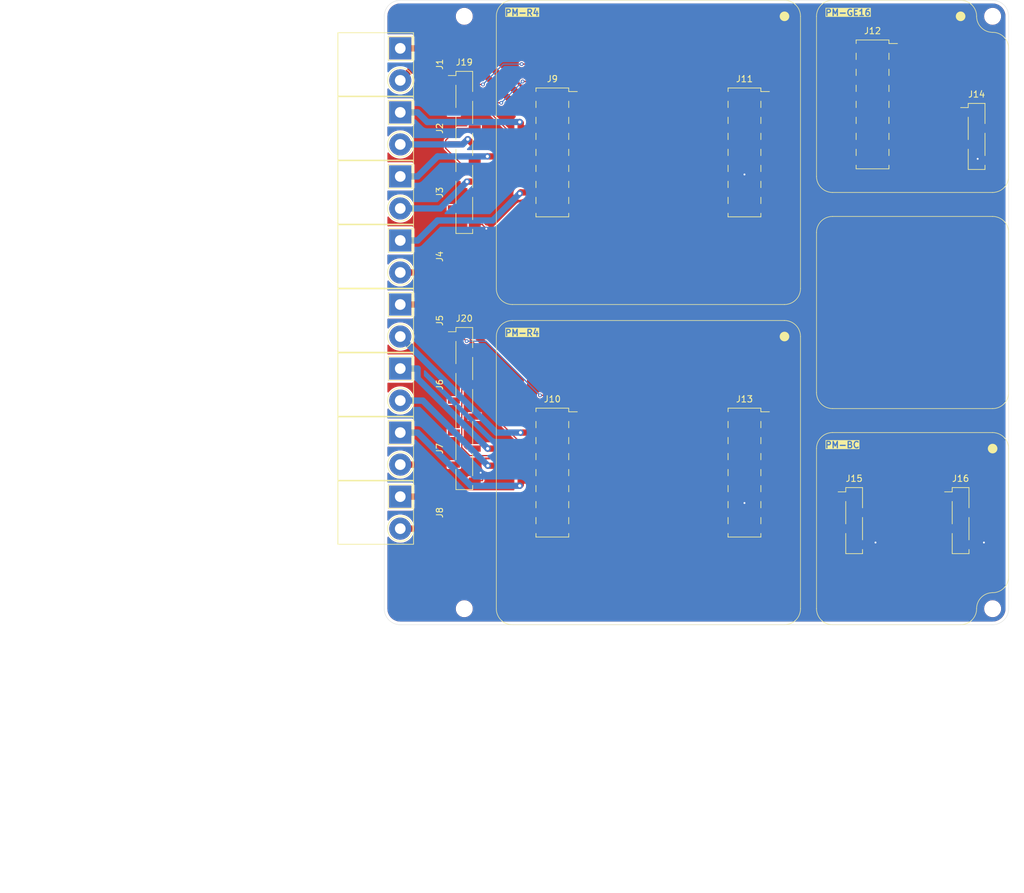
<source format=kicad_pcb>
(kicad_pcb (version 20240108) (generator "pcbnew") (generator_version "8.0")
  (layers (0 "F.Cu" signal) (31 "B.Cu" signal) (34 "B.Paste" user) (35 "F.Paste" user) (36 "B.SilkS" user "B.Silkscreen") (37 "F.SilkS" user "F.Silkscreen") (38 "B.Mask" user) (39 "F.Mask" user) (44 "Edge.Cuts" user))
  (net 0 "")
  (net 1 "Net-(J10-Pin_1)")
  (net 2 "Net-(J1-Pin_1)")
  (net 11 "VDD")
  (net 12 "GND")
  (net 20 "Net-(J12-Pin_10)")
  (net 21 "Net-(J12-Pin_14)")
  (net 22 "Net-(J12-Pin_12)")
  (net 23 "Net-(J12-Pin_16)")
  (net 27 "Net-(J11-Pin_5)")
  (net 28 "Net-(J11-Pin_3)")
  (net 29 "Net-(J11-Pin_7)")
  (net 30 "Net-(J11-Pin_1)")
  (net 33 "Net-(J1-Pin_2)")
  (net 34 "Net-(J2-Pin_1)")
  (net 35 "Net-(J2-Pin_2)")
  (net 36 "Net-(J3-Pin_2)")
  (net 37 "Net-(J3-Pin_1)")
  (net 38 "Net-(J4-Pin_1)")
  (net 39 "Net-(J4-Pin_2)")
  (net 40 "Net-(J10-Pin_3)")
  (net 41 "Net-(J10-Pin_7)")
  (net 42 "Net-(J10-Pin_5)")
  (net 43 "Net-(J10-Pin_11)")
  (net 44 "Net-(J10-Pin_10)")
  (net 45 "Net-(J10-Pin_15)")
  (net 46 "Net-(J10-Pin_13)")
  (net 47 "/SCL")
  (net 48 "/SDA")
  (net 61 "Net-(J11-Pin_8)")
  (net 62 "Net-(J11-Pin_4)")
  (net 63 "Net-(J11-Pin_6)")
  (net 64 "Net-(J11-Pin_2)")
  (net 65 "Net-(J13-Pin_4)")
  (net 66 "Net-(J13-Pin_8)")
  (net 67 "Net-(J13-Pin_2)")
  (net 68 "Net-(J13-Pin_6)")
  (footprint "MountingHole:MountingHole_2.2mm_M2" (layer "F.Cu") (at 172.72 53.34)
    (property "Reference" "H2" (hide yes))
    (property "Value" "MountingHole_2.2mm_M2" (hide yes))
    (pad "" np_thru_hole circle (at 0 0) (size 2.2 2.2) (drill 2.2) (layers "F&B.Cu" "*.Mask"))
  )
  (footprint "Connector_PinSocket_2.54mm:PinSocket_2x08_P2.54mm_Vertical_SMD" (layer "F.Cu") (at 133.35 74.93)
    (property "Reference" "J11" (at 0 -11.66 0) (layer "F.SilkS"))
    (property "Value" "Conn_02x08_Odd_Even")
    (pad "1" smd rect (at 2.52 -8.89) (size 3 1) (layers "F.Cu" "F.Paste" "F.Mask") (net 30 "Net-(J11-Pin_1)"))
    (pad "2" smd rect (at -2.52 -8.89) (size 3 1) (layers "F.Cu" "F.Paste" "F.Mask") (net 64 "Net-(J11-Pin_2)"))
    (pad "3" smd rect (at 2.52 -6.35) (size 3 1) (layers "F.Cu" "F.Paste" "F.Mask") (net 28 "Net-(J11-Pin_3)"))
    (pad "4" smd rect (at -2.52 -6.35) (size 3 1) (layers "F.Cu" "F.Paste" "F.Mask") (net 62 "Net-(J11-Pin_4)"))
    (pad "5" smd rect (at 2.52 -3.81) (size 3 1) (layers "F.Cu" "F.Paste" "F.Mask") (net 27 "Net-(J11-Pin_5)"))
    (pad "6" smd rect (at -2.52 -3.81) (size 3 1) (layers "F.Cu" "F.Paste" "F.Mask") (net 63 "Net-(J11-Pin_6)"))
    (pad "7" smd rect (at 2.52 -1.27) (size 3 1) (layers "F.Cu" "F.Paste" "F.Mask") (net 29 "Net-(J11-Pin_7)"))
    (pad "8" smd rect (at -2.52 -1.27) (size 3 1) (layers "F.Cu" "F.Paste" "F.Mask") (net 61 "Net-(J11-Pin_8)"))
    (pad "9" smd rect (at 2.52 1.27) (size 3 1) (layers "F.Cu" "F.Paste" "F.Mask") (net 11 "VDD"))
    (pad "10" smd rect (at -2.52 1.27) (size 3 1) (layers "F.Cu" "F.Paste" "F.Mask"))
    (pad "11" smd rect (at 2.52 3.81) (size 3 1) (layers "F.Cu" "F.Paste" "F.Mask") (net 12 "GND"))
    (pad "12" smd rect (at -2.52 3.81) (size 3 1) (layers "F.Cu" "F.Paste" "F.Mask"))
    (pad "13" smd rect (at 2.52 6.35) (size 3 1) (layers "F.Cu" "F.Paste" "F.Mask"))
    (pad "14" smd rect (at -2.52 6.35) (size 3 1) (layers "F.Cu" "F.Paste" "F.Mask"))
    (pad "15" smd rect (at 2.52 8.89) (size 3 1) (layers "F.Cu" "F.Paste" "F.Mask"))
    (pad "16" smd rect (at -2.52 8.89) (size 3 1) (layers "F.Cu" "F.Paste" "F.Mask"))
  )
  (footprint "Connector_PinSocket_2.54mm:PinSocket_1x04_P2.54mm_Vertical_SMD_Pin1Left" (layer "F.Cu") (at 170.18 72.39)
    (property "Reference" "J14" (at 0 -6.68 0) (layer "F.SilkS"))
    (property "Value" "Conn_01x04_Socket")
    (pad "1" smd rect (at -1.65 -3.81) (size 1.9 1) (layers "F.Cu" "F.Paste" "F.Mask") (net 11 "VDD"))
    (pad "2" smd rect (at 1.65 -1.27) (size 1.9 1) (layers "F.Cu" "F.Paste" "F.Mask") (net 48 "/SDA"))
    (pad "3" smd rect (at -1.65 1.27) (size 1.9 1) (layers "F.Cu" "F.Paste" "F.Mask") (net 47 "/SCL"))
    (pad "4" smd rect (at 1.65 3.81) (size 1.9 1) (layers "F.Cu" "F.Paste" "F.Mask") (net 12 "GND"))
  )
  (footprint "Connector_PinSocket_2.54mm:PinSocket_1x10_P2.54mm_Vertical_SMD_Pin1Left" (layer "F.Cu") (at 88.9 115.57)
    (property "Reference" "J20" (at 0 -14.3 0) (layer "F.SilkS"))
    (property "Value" "Conn_01x10_Socket")
    (pad "1" smd rect (at -1.65 -11.43) (size 1.9 1) (layers "F.Cu" "F.Paste" "F.Mask") (net 67 "Net-(J13-Pin_2)"))
    (pad "2" smd rect (at 1.65 -8.89) (size 1.9 1) (layers "F.Cu" "F.Paste" "F.Mask") (net 65 "Net-(J13-Pin_4)"))
    (pad "3" smd rect (at -1.65 -6.35) (size 1.9 1) (layers "F.Cu" "F.Paste" "F.Mask") (net 68 "Net-(J13-Pin_6)"))
    (pad "4" smd rect (at 1.65 -3.81) (size 1.9 1) (layers "F.Cu" "F.Paste" "F.Mask") (net 66 "Net-(J13-Pin_8)"))
    (pad "5" smd rect (at -1.65 -1.27) (size 1.9 1) (layers "F.Cu" "F.Paste" "F.Mask"))
    (pad "6" smd rect (at 1.65 1.27) (size 1.9 1) (layers "F.Cu" "F.Paste" "F.Mask"))
    (pad "7" smd rect (at -1.65 3.81) (size 1.9 1) (layers "F.Cu" "F.Paste" "F.Mask"))
    (pad "8" smd rect (at 1.65 6.35) (size 1.9 1) (layers "F.Cu" "F.Paste" "F.Mask"))
    (pad "9" smd rect (at -1.65 8.89) (size 1.9 1) (layers "F.Cu" "F.Paste" "F.Mask"))
    (pad "10" smd rect (at 1.65 11.43) (size 1.9 1) (layers "F.Cu" "F.Paste" "F.Mask") (net 12 "GND"))
  )
  (footprint "Degson:Degson_2EDGK-5.08-02P" (layer "F.Cu") (at 78.74 88.9 -90)
    (property "Reference" "J4" (at 2.54 -6.26 90) (layer "F.SilkS"))
    (property "Value" "Conn_01x02_Socket")
    (pad "1" thru_hole rect (at 0 0 270) (size 3.5 3.5) (drill 1.7) (layers "*.Cu" "*.Mask") (net 38 "Net-(J4-Pin_1)"))
    (pad "2" thru_hole circle (at 5.08 0 270) (size 3.5 3.5) (drill 1.7) (layers "*.Cu" "*.Mask") (net 39 "Net-(J4-Pin_2)"))
  )
  (footprint "Degson:Degson_2EDGK-5.08-02P" (layer "F.Cu") (at 78.74 58.42 -90)
    (property "Reference" "J1" (at 2.54 -6.26 90) (layer "F.SilkS"))
    (property "Value" "Conn_01x02_Socket")
    (pad "1" thru_hole rect (at 0 0 270) (size 3.5 3.5) (drill 1.7) (layers "*.Cu" "*.Mask") (net 2 "Net-(J1-Pin_1)"))
    (pad "2" thru_hole circle (at 5.08 0 270) (size 3.5 3.5) (drill 1.7) (layers "*.Cu" "*.Mask") (net 33 "Net-(J1-Pin_2)"))
  )
  (footprint "MountingHole:MountingHole_2.2mm_M2" (layer "F.Cu") (at 88.9 147.32)
    (property "Reference" "H4" (hide yes))
    (property "Value" "MountingHole_2.2mm_M2" (hide yes))
    (pad "" np_thru_hole circle (at 0 0) (size 2.2 2.2) (drill 2.2) (layers "F&B.Cu" "*.Mask"))
  )
  (footprint "Degson:Degson_2EDGK-5.08-02P" (layer "F.Cu") (at 78.74 119.38 -90)
    (property "Reference" "J7" (at 2.54 -6.26 90) (layer "F.SilkS"))
    (property "Value" "Conn_01x02_Socket")
    (pad "1" thru_hole rect (at 0 0 270) (size 3.5 3.5) (drill 1.7) (layers "*.Cu" "*.Mask") (net 44 "Net-(J10-Pin_10)"))
    (pad "2" thru_hole circle (at 5.08 0 270) (size 3.5 3.5) (drill 1.7) (layers "*.Cu" "*.Mask") (net 43 "Net-(J10-Pin_11)"))
  )
  (footprint "Connector_PinSocket_2.54mm:PinSocket_1x10_P2.54mm_Vertical_SMD_Pin1Left" (layer "F.Cu") (at 88.9 74.93)
    (property "Reference" "J19" (at 0 -14.3 0) (layer "F.SilkS"))
    (property "Value" "Conn_01x10_Socket")
    (pad "1" smd rect (at -1.65 -11.43) (size 1.9 1) (layers "F.Cu" "F.Paste" "F.Mask") (net 64 "Net-(J11-Pin_2)"))
    (pad "2" smd rect (at 1.65 -8.89) (size 1.9 1) (layers "F.Cu" "F.Paste" "F.Mask") (net 62 "Net-(J11-Pin_4)"))
    (pad "3" smd rect (at -1.65 -6.35) (size 1.9 1) (layers "F.Cu" "F.Paste" "F.Mask") (net 63 "Net-(J11-Pin_6)"))
    (pad "4" smd rect (at 1.65 -3.81) (size 1.9 1) (layers "F.Cu" "F.Paste" "F.Mask") (net 61 "Net-(J11-Pin_8)"))
    (pad "5" smd rect (at -1.65 -1.27) (size 1.9 1) (layers "F.Cu" "F.Paste" "F.Mask"))
    (pad "6" smd rect (at 1.65 1.27) (size 1.9 1) (layers "F.Cu" "F.Paste" "F.Mask"))
    (pad "7" smd rect (at -1.65 3.81) (size 1.9 1) (layers "F.Cu" "F.Paste" "F.Mask"))
    (pad "8" smd rect (at 1.65 6.35) (size 1.9 1) (layers "F.Cu" "F.Paste" "F.Mask"))
    (pad "9" smd rect (at -1.65 8.89) (size 1.9 1) (layers "F.Cu" "F.Paste" "F.Mask"))
    (pad "10" smd rect (at 1.65 11.43) (size 1.9 1) (layers "F.Cu" "F.Paste" "F.Mask") (net 12 "GND"))
  )
  (footprint "Degson:Degson_2EDGK-5.08-02P" (layer "F.Cu") (at 78.74 99.06 -90)
    (property "Reference" "J5" (at 2.54 -6.26 90) (layer "F.SilkS"))
    (property "Value" "Conn_01x02_Socket")
    (pad "1" thru_hole rect (at 0 0 270) (size 3.5 3.5) (drill 1.7) (layers "*.Cu" "*.Mask") (net 1 "Net-(J10-Pin_1)"))
    (pad "2" thru_hole circle (at 5.08 0 270) (size 3.5 3.5) (drill 1.7) (layers "*.Cu" "*.Mask") (net 40 "Net-(J10-Pin_3)"))
  )
  (footprint "Connector_PinSocket_2.54mm:PinSocket_2x08_P2.54mm_Vertical_SMD" (layer "F.Cu") (at 102.87 125.73)
    (property "Reference" "J10" (at 0 -11.66 0) (layer "F.SilkS"))
    (property "Value" "Conn_02x08_Odd_Even")
    (pad "1" smd rect (at 2.52 -8.89) (size 3 1) (layers "F.Cu" "F.Paste" "F.Mask") (net 1 "Net-(J10-Pin_1)"))
    (pad "2" smd rect (at -2.52 -8.89) (size 3 1) (layers "F.Cu" "F.Paste" "F.Mask") (net 1 "Net-(J10-Pin_1)"))
    (pad "3" smd rect (at 2.52 -6.35) (size 3 1) (layers "F.Cu" "F.Paste" "F.Mask") (net 40 "Net-(J10-Pin_3)"))
    (pad "4" smd rect (at -2.52 -6.35) (size 3 1) (layers "F.Cu" "F.Paste" "F.Mask") (net 40 "Net-(J10-Pin_3)"))
    (pad "5" smd rect (at 2.52 -3.81) (size 3 1) (layers "F.Cu" "F.Paste" "F.Mask") (net 42 "Net-(J10-Pin_5)"))
    (pad "6" smd rect (at -2.52 -3.81) (size 3 1) (layers "F.Cu" "F.Paste" "F.Mask") (net 42 "Net-(J10-Pin_5)"))
    (pad "7" smd rect (at 2.52 -1.27) (size 3 1) (layers "F.Cu" "F.Paste" "F.Mask") (net 41 "Net-(J10-Pin_7)"))
    (pad "8" smd rect (at -2.52 -1.27) (size 3 1) (layers "F.Cu" "F.Paste" "F.Mask") (net 41 "Net-(J10-Pin_7)"))
    (pad "9" smd rect (at 2.52 1.27) (size 3 1) (layers "F.Cu" "F.Paste" "F.Mask") (net 44 "Net-(J10-Pin_10)"))
    (pad "10" smd rect (at -2.52 1.27) (size 3 1) (layers "F.Cu" "F.Paste" "F.Mask") (net 44 "Net-(J10-Pin_10)"))
    (pad "11" smd rect (at 2.52 3.81) (size 3 1) (layers "F.Cu" "F.Paste" "F.Mask") (net 43 "Net-(J10-Pin_11)"))
    (pad "12" smd rect (at -2.52 3.81) (size 3 1) (layers "F.Cu" "F.Paste" "F.Mask") (net 43 "Net-(J10-Pin_11)"))
    (pad "13" smd rect (at 2.52 6.35) (size 3 1) (layers "F.Cu" "F.Paste" "F.Mask") (net 46 "Net-(J10-Pin_13)"))
    (pad "14" smd rect (at -2.52 6.35) (size 3 1) (layers "F.Cu" "F.Paste" "F.Mask") (net 46 "Net-(J10-Pin_13)"))
    (pad "15" smd rect (at 2.52 8.89) (size 3 1) (layers "F.Cu" "F.Paste" "F.Mask") (net 45 "Net-(J10-Pin_15)"))
    (pad "16" smd rect (at -2.52 8.89) (size 3 1) (layers "F.Cu" "F.Paste" "F.Mask") (net 45 "Net-(J10-Pin_15)"))
  )
  (footprint "Degson:Degson_2EDGK-5.08-02P" (layer "F.Cu") (at 78.74 109.22 -90)
    (property "Reference" "J6" (at 2.54 -6.26 90) (layer "F.SilkS"))
    (property "Value" "Conn_01x02_Socket")
    (pad "1" thru_hole rect (at 0 0 270) (size 3.5 3.5) (drill 1.7) (layers "*.Cu" "*.Mask") (net 42 "Net-(J10-Pin_5)"))
    (pad "2" thru_hole circle (at 5.08 0 270) (size 3.5 3.5) (drill 1.7) (layers "*.Cu" "*.Mask") (net 41 "Net-(J10-Pin_7)"))
  )
  (footprint "Degson:Degson_2EDGK-5.08-02P" (layer "F.Cu") (at 78.74 68.58 -90)
    (property "Reference" "J2" (at 2.54 -6.26 90) (layer "F.SilkS"))
    (property "Value" "Conn_01x02_Socket")
    (pad "1" thru_hole rect (at 0 0 270) (size 3.5 3.5) (drill 1.7) (layers "*.Cu" "*.Mask") (net 34 "Net-(J2-Pin_1)"))
    (pad "2" thru_hole circle (at 5.08 0 270) (size 3.5 3.5) (drill 1.7) (layers "*.Cu" "*.Mask") (net 35 "Net-(J2-Pin_2)"))
  )
  (footprint "MountingHole:MountingHole_2.2mm_M2" (layer "F.Cu") (at 88.9 53.34)
    (property "Reference" "H1" (hide yes))
    (property "Value" "MountingHole_2.2mm_M2" (hide yes))
    (pad "" np_thru_hole circle (at 0 0) (size 2.2 2.2) (drill 2.2) (layers "*.Cu" "*.Mask"))
  )
  (footprint "Connector_PinSocket_2.54mm:PinSocket_1x04_P2.54mm_Vertical_SMD_Pin1Left" (layer "F.Cu") (at 150.75 133.35)
    (property "Reference" "J15" (at 0 -6.68 0) (layer "F.SilkS"))
    (property "Value" "Conn_01x04_Socket")
    (pad "1" smd rect (at -1.65 -3.81) (size 1.9 1) (layers "F.Cu" "F.Paste" "F.Mask") (net 11 "VDD"))
    (pad "2" smd rect (at 1.65 -1.27) (size 1.9 1) (layers "F.Cu" "F.Paste" "F.Mask") (net 48 "/SDA"))
    (pad "3" smd rect (at -1.65 1.27) (size 1.9 1) (layers "F.Cu" "F.Paste" "F.Mask") (net 47 "/SCL"))
    (pad "4" smd rect (at 1.65 3.81) (size 1.9 1) (layers "F.Cu" "F.Paste" "F.Mask") (net 12 "GND"))
  )
  (footprint "Connector_PinSocket_2.54mm:PinSocket_1x04_P2.54mm_Vertical_SMD_Pin1Left" (layer "F.Cu") (at 167.64 133.35)
    (property "Reference" "J16" (at 0 -6.68 0) (layer "F.SilkS"))
    (property "Value" "Conn_01x04_Socket")
    (pad "1" smd rect (at -1.65 -3.81) (size 1.9 1) (layers "F.Cu" "F.Paste" "F.Mask") (net 11 "VDD"))
    (pad "2" smd rect (at 1.65 -1.27) (size 1.9 1) (layers "F.Cu" "F.Paste" "F.Mask"))
    (pad "3" smd rect (at -1.65 1.27) (size 1.9 1) (layers "F.Cu" "F.Paste" "F.Mask"))
    (pad "4" smd rect (at 1.65 3.81) (size 1.9 1) (layers "F.Cu" "F.Paste" "F.Mask") (net 12 "GND"))
  )
  (footprint "MountingHole:MountingHole_2.2mm_M2" (layer "F.Cu") (at 172.72 147.32)
    (property "Reference" "H3" (hide yes))
    (property "Value" "MountingHole_2.2mm_M2" (hide yes))
    (pad "" np_thru_hole circle (at 0 0) (size 2.2 2.2) (drill 2.2) (layers "F&B.Cu" "*.Mask"))
  )
  (footprint "Connector_PinSocket_2.54mm:PinSocket_2x08_P2.54mm_Vertical_SMD" (layer "F.Cu") (at 102.87 74.93)
    (property "Reference" "J9" (at 0 -11.66 0) (layer "F.SilkS"))
    (property "Value" "Conn_02x08_Odd_Even")
    (pad "1" smd rect (at 2.52 -8.89) (size 3 1) (layers "F.Cu" "F.Paste" "F.Mask") (net 2 "Net-(J1-Pin_1)"))
    (pad "2" smd rect (at -2.52 -8.89) (size 3 1) (layers "F.Cu" "F.Paste" "F.Mask") (net 2 "Net-(J1-Pin_1)"))
    (pad "3" smd rect (at 2.52 -6.35) (size 3 1) (layers "F.Cu" "F.Paste" "F.Mask") (net 33 "Net-(J1-Pin_2)"))
    (pad "4" smd rect (at -2.52 -6.35) (size 3 1) (layers "F.Cu" "F.Paste" "F.Mask") (net 33 "Net-(J1-Pin_2)"))
    (pad "5" smd rect (at 2.52 -3.81) (size 3 1) (layers "F.Cu" "F.Paste" "F.Mask") (net 34 "Net-(J2-Pin_1)"))
    (pad "6" smd rect (at -2.52 -3.81) (size 3 1) (layers "F.Cu" "F.Paste" "F.Mask") (net 34 "Net-(J2-Pin_1)"))
    (pad "7" smd rect (at 2.52 -1.27) (size 3 1) (layers "F.Cu" "F.Paste" "F.Mask") (net 35 "Net-(J2-Pin_2)"))
    (pad "8" smd rect (at -2.52 -1.27) (size 3 1) (layers "F.Cu" "F.Paste" "F.Mask") (net 35 "Net-(J2-Pin_2)"))
    (pad "9" smd rect (at 2.52 1.27) (size 3 1) (layers "F.Cu" "F.Paste" "F.Mask") (net 37 "Net-(J3-Pin_1)"))
    (pad "10" smd rect (at -2.52 1.27) (size 3 1) (layers "F.Cu" "F.Paste" "F.Mask") (net 37 "Net-(J3-Pin_1)"))
    (pad "11" smd rect (at 2.52 3.81) (size 3 1) (layers "F.Cu" "F.Paste" "F.Mask") (net 36 "Net-(J3-Pin_2)"))
    (pad "12" smd rect (at -2.52 3.81) (size 3 1) (layers "F.Cu" "F.Paste" "F.Mask") (net 36 "Net-(J3-Pin_2)"))
    (pad "13" smd rect (at 2.52 6.35) (size 3 1) (layers "F.Cu" "F.Paste" "F.Mask") (net 38 "Net-(J4-Pin_1)"))
    (pad "14" smd rect (at -2.52 6.35) (size 3 1) (layers "F.Cu" "F.Paste" "F.Mask") (net 38 "Net-(J4-Pin_1)"))
    (pad "15" smd rect (at 2.52 8.89) (size 3 1) (layers "F.Cu" "F.Paste" "F.Mask") (net 39 "Net-(J4-Pin_2)"))
    (pad "16" smd rect (at -2.52 8.89) (size 3 1) (layers "F.Cu" "F.Paste" "F.Mask") (net 39 "Net-(J4-Pin_2)"))
  )
  (footprint "Degson:Degson_2EDGK-5.08-02P" (layer "F.Cu") (at 78.74 78.74 -90)
    (property "Reference" "J3" (at 2.54 -6.26 90) (layer "F.SilkS"))
    (property "Value" "Conn_01x02_Socket")
    (pad "1" thru_hole rect (at 0 0 270) (size 3.5 3.5) (drill 1.7) (layers "*.Cu" "*.Mask") (net 37 "Net-(J3-Pin_1)"))
    (pad "2" thru_hole circle (at 5.08 0 270) (size 3.5 3.5) (drill 1.7) (layers "*.Cu" "*.Mask") (net 36 "Net-(J3-Pin_2)"))
  )
  (footprint "Connector_PinSocket_2.54mm:PinSocket_2x08_P2.54mm_Vertical_SMD" (layer "F.Cu") (at 153.67 67.31)
    (property "Reference" "J12" (at 0 -11.66 0) (layer "F.SilkS"))
    (property "Value" "Conn_02x08_Odd_Even")
    (pad "1" smd rect (at 2.52 -8.89) (size 3 1) (layers "F.Cu" "F.Paste" "F.Mask"))
    (pad "2" smd rect (at -2.52 -8.89) (size 3 1) (layers "F.Cu" "F.Paste" "F.Mask") (net 30 "Net-(J11-Pin_1)"))
    (pad "3" smd rect (at 2.52 -6.35) (size 3 1) (layers "F.Cu" "F.Paste" "F.Mask"))
    (pad "4" smd rect (at -2.52 -6.35) (size 3 1) (layers "F.Cu" "F.Paste" "F.Mask") (net 28 "Net-(J11-Pin_3)"))
    (pad "5" smd rect (at 2.52 -3.81) (size 3 1) (layers "F.Cu" "F.Paste" "F.Mask"))
    (pad "6" smd rect (at -2.52 -3.81) (size 3 1) (layers "F.Cu" "F.Paste" "F.Mask") (net 27 "Net-(J11-Pin_5)"))
    (pad "7" smd rect (at 2.52 -1.27) (size 3 1) (layers "F.Cu" "F.Paste" "F.Mask"))
    (pad "8" smd rect (at -2.52 -1.27) (size 3 1) (layers "F.Cu" "F.Paste" "F.Mask") (net 29 "Net-(J11-Pin_7)"))
    (pad "9" smd rect (at 2.52 1.27) (size 3 1) (layers "F.Cu" "F.Paste" "F.Mask"))
    (pad "10" smd rect (at -2.52 1.27) (size 3 1) (layers "F.Cu" "F.Paste" "F.Mask") (net 20 "Net-(J12-Pin_10)"))
    (pad "11" smd rect (at 2.52 3.81) (size 3 1) (layers "F.Cu" "F.Paste" "F.Mask"))
    (pad "12" smd rect (at -2.52 3.81) (size 3 1) (layers "F.Cu" "F.Paste" "F.Mask") (net 22 "Net-(J12-Pin_12)"))
    (pad "13" smd rect (at 2.52 6.35) (size 3 1) (layers "F.Cu" "F.Paste" "F.Mask"))
    (pad "14" smd rect (at -2.52 6.35) (size 3 1) (layers "F.Cu" "F.Paste" "F.Mask") (net 21 "Net-(J12-Pin_14)"))
    (pad "15" smd rect (at 2.52 8.89) (size 3 1) (layers "F.Cu" "F.Paste" "F.Mask"))
    (pad "16" smd rect (at -2.52 8.89) (size 3 1) (layers "F.Cu" "F.Paste" "F.Mask") (net 23 "Net-(J12-Pin_16)"))
  )
  (footprint "Connector_PinSocket_2.54mm:PinSocket_2x08_P2.54mm_Vertical_SMD" (layer "F.Cu") (at 133.35 125.73)
    (property "Reference" "J13" (at 0 -11.66 0) (layer "F.SilkS"))
    (property "Value" "Conn_02x08_Odd_Even")
    (pad "1" smd rect (at 2.52 -8.89) (size 3 1) (layers "F.Cu" "F.Paste" "F.Mask") (net 20 "Net-(J12-Pin_10)"))
    (pad "2" smd rect (at -2.52 -8.89) (size 3 1) (layers "F.Cu" "F.Paste" "F.Mask") (net 67 "Net-(J13-Pin_2)"))
    (pad "3" smd rect (at 2.52 -6.35) (size 3 1) (layers "F.Cu" "F.Paste" "F.Mask") (net 22 "Net-(J12-Pin_12)"))
    (pad "4" smd rect (at -2.52 -6.35) (size 3 1) (layers "F.Cu" "F.Paste" "F.Mask") (net 65 "Net-(J13-Pin_4)"))
    (pad "5" smd rect (at 2.52 -3.81) (size 3 1) (layers "F.Cu" "F.Paste" "F.Mask") (net 21 "Net-(J12-Pin_14)"))
    (pad "6" smd rect (at -2.52 -3.81) (size 3 1) (layers "F.Cu" "F.Paste" "F.Mask") (net 68 "Net-(J13-Pin_6)"))
    (pad "7" smd rect (at 2.52 -1.27) (size 3 1) (layers "F.Cu" "F.Paste" "F.Mask") (net 23 "Net-(J12-Pin_16)"))
    (pad "8" smd rect (at -2.52 -1.27) (size 3 1) (layers "F.Cu" "F.Paste" "F.Mask") (net 66 "Net-(J13-Pin_8)"))
    (pad "9" smd rect (at 2.52 1.27) (size 3 1) (layers "F.Cu" "F.Paste" "F.Mask") (net 11 "VDD"))
    (pad "10" smd rect (at -2.52 1.27) (size 3 1) (layers "F.Cu" "F.Paste" "F.Mask"))
    (pad "11" smd rect (at 2.52 3.81) (size 3 1) (layers "F.Cu" "F.Paste" "F.Mask") (net 12 "GND"))
    (pad "12" smd rect (at -2.52 3.81) (size 3 1) (layers "F.Cu" "F.Paste" "F.Mask"))
    (pad "13" smd rect (at 2.52 6.35) (size 3 1) (layers "F.Cu" "F.Paste" "F.Mask"))
    (pad "14" smd rect (at -2.52 6.35) (size 3 1) (layers "F.Cu" "F.Paste" "F.Mask"))
    (pad "15" smd rect (at 2.52 8.89) (size 3 1) (layers "F.Cu" "F.Paste" "F.Mask"))
    (pad "16" smd rect (at -2.52 8.89) (size 3 1) (layers "F.Cu" "F.Paste" "F.Mask"))
  )
  (footprint "Degson:Degson_2EDGK-5.08-02P" (layer "F.Cu") (at 78.74 129.54 -90)
    (property "Reference" "J8" (at 2.54 -6.26 90) (layer "F.SilkS"))
    (property "Value" "Conn_01x02_Socket")
    (pad "1" thru_hole rect (at 0 0 270) (size 3.5 3.5) (drill 1.7) (layers "*.Cu" "*.Mask") (net 46 "Net-(J10-Pin_13)"))
    (pad "2" thru_hole circle (at 5.08 0 270) (size 3.5 3.5) (drill 1.7) (layers "*.Cu" "*.Mask") (net 45 "Net-(J10-Pin_15)"))
  )
  (gr_arc (start 175.26 142.24) (mid 174.516051 144.036051) (end 172.72 144.78) (stroke (width 0.1)) (layer "F.SilkS"))
  (gr_line (start 96.52 50.8) (end 139.7 50.8) (stroke (width 0.1)) (layer "F.SilkS"))
  (gr_line (start 144.78 78.74) (end 144.78 53.34) (stroke (width 0.1)) (layer "F.SilkS"))
  (gr_arc (start 96.52 149.86) (mid 94.723949 149.116051) (end 93.98 147.32) (stroke (width 0.1)) (layer "F.SilkS"))
  (gr_circle (center 167.639999 53.340001) (end 168.401999 53.340001) (fill solid) (layer "F.SilkS"))
  (gr_arc (start 172.72 55.88) (mid 170.923949 55.136051) (end 170.18 53.34) (stroke (width 0.1)) (layer "F.SilkS"))
  (gr_arc (start 172.72 55.88) (mid 174.516051 56.623949) (end 175.26 58.42) (stroke (width 0.1)) (layer "F.SilkS"))
  (gr_arc (start 147.32 81.28) (mid 145.523949 80.536051) (end 144.78 78.74) (stroke (width 0.1)) (layer "F.SilkS"))
  (gr_circle (center 139.7 53.34) (end 140.462 53.34) (fill solid) (layer "F.SilkS"))
  (gr_line (start 172.72 81.28) (end 147.32 81.28) (stroke (width 0.1)) (layer "F.SilkS"))
  (gr_line (start 93.98 147.32) (end 93.98 104.14) (stroke (width 0.1)) (layer "F.SilkS"))
  (gr_line (start 96.52 101.6) (end 139.7 101.6) (stroke (width 0.1)) (layer "F.SilkS"))
  (gr_line (start 167.64 149.86) (end 147.32 149.86) (stroke (width 0.1)) (layer "F.SilkS"))
  (gr_arc (start 175.26 113.03) (mid 174.516051 114.826051) (end 172.72 115.57) (stroke (width 0.1)) (layer "F.SilkS"))
  (gr_circle (center 172.72 121.92) (end 173.482 121.92) (fill solid) (layer "F.SilkS"))
  (gr_arc (start 139.7 50.8) (mid 141.496051 51.543949) (end 142.24 53.34) (stroke (width 0.1)) (layer "F.SilkS"))
  (gr_line (start 142.24 104.14) (end 142.24 147.32) (stroke (width 0.1)) (layer "F.SilkS"))
  (gr_arc (start 93.98 104.14) (mid 94.723949 102.343949) (end 96.52 101.6) (stroke (width 0.1)) (layer "F.SilkS"))
  (gr_line (start 144.78 147.32) (end 144.78 121.92) (stroke (width 0.1)) (layer "F.SilkS"))
  (gr_arc (start 142.24 147.32) (mid 141.496051 149.116051) (end 139.7 149.86) (stroke (width 0.1)) (layer "F.SilkS"))
  (gr_line (start 175.26 121.92) (end 175.26 142.24) (stroke (width 0.1)) (layer "F.SilkS"))
  (gr_line (start 147.32 85.09) (end 172.72 85.09) (stroke (width 0.1)) (layer "F.SilkS"))
  (gr_arc (start 167.64 50.8) (mid 169.436051 51.543949) (end 170.18 53.34) (stroke (width 0.1)) (layer "F.SilkS"))
  (gr_line (start 175.26 58.42) (end 175.26 78.74) (stroke (width 0.1)) (layer "F.SilkS"))
  (gr_arc (start 96.52 99.06) (mid 94.723949 98.316051) (end 93.98 96.52) (stroke (width 0.1)) (layer "F.SilkS"))
  (gr_arc (start 144.78 87.63) (mid 145.523949 85.833949) (end 147.32 85.09) (stroke (width 0.1)) (layer "F.SilkS"))
  (gr_arc (start 172.72 119.38) (mid 174.516051 120.123949) (end 175.26 121.92) (stroke (width 0.1)) (layer "F.SilkS"))
  (gr_line (start 139.7 99.06) (end 96.52 99.06) (stroke (width 0.1)) (layer "F.SilkS"))
  (gr_arc (start 144.78 53.34) (mid 145.523949 51.543949) (end 147.32 50.8) (stroke (width 0.1)) (layer "F.SilkS"))
  (gr_arc (start 93.98 53.34) (mid 94.723949 51.543949) (end 96.52 50.8) (stroke (width 0.1)) (layer "F.SilkS"))
  (gr_line (start 147.32 119.38) (end 172.72 119.38) (stroke (width 0.1)) (layer "F.SilkS"))
  (gr_line (start 144.78 113.03) (end 144.78 87.63) (stroke (width 0.1)) (layer "F.SilkS"))
  (gr_line (start 139.7 149.86) (end 96.52 149.86) (stroke (width 0.1)) (layer "F.SilkS"))
  (gr_arc (start 142.24 96.52) (mid 141.496051 98.316051) (end 139.7 99.06) (stroke (width 0.1)) (layer "F.SilkS"))
  (gr_arc (start 175.26 78.74) (mid 174.516051 80.536051) (end 172.72 81.28) (stroke (width 0.1)) (layer "F.SilkS"))
  (gr_arc (start 144.78 121.92) (mid 145.523949 120.123949) (end 147.32 119.38) (stroke (width 0.1)) (layer "F.SilkS"))
  (gr_arc (start 139.7 101.6) (mid 141.496051 102.343949) (end 142.24 104.14) (stroke (width 0.1)) (layer "F.SilkS"))
  (gr_arc (start 170.18 147.32) (mid 170.923949 145.523949) (end 172.72 144.78) (stroke (width 0.1)) (layer "F.SilkS"))
  (gr_circle (center 139.7 104.14) (end 140.462 104.14) (fill solid) (layer "F.SilkS"))
  (gr_line (start 175.26 87.63) (end 175.26 113.03) (stroke (width 0.1)) (layer "F.SilkS"))
  (gr_line (start 172.72 115.57) (end 147.32 115.57) (stroke (width 0.1)) (layer "F.SilkS"))
  (gr_line (start 93.98 96.52) (end 93.98 53.34) (stroke (width 0.1)) (layer "F.SilkS"))
  (gr_arc (start 147.32 149.86) (mid 145.523949 149.116051) (end 144.78 147.32) (stroke (width 0.1)) (layer "F.SilkS"))
  (gr_arc (start 172.72 85.09) (mid 174.516051 85.833949) (end 175.26 87.63) (stroke (width 0.1)) (layer "F.SilkS"))
  (gr_arc (start 147.32 115.57) (mid 145.523949 114.826051) (end 144.78 113.03) (stroke (width 0.1)) (layer "F.SilkS"))
  (gr_line (start 147.32 50.8) (end 167.64 50.8) (stroke (width 0.1)) (layer "F.SilkS"))
  (gr_line (start 142.24 53.34) (end 142.24 96.52) (stroke (width 0.1)) (layer "F.SilkS"))
  (gr_arc (start 170.18 147.32) (mid 169.436051 149.116051) (end 167.64 149.86) (stroke (width 0.1)) (layer "F.SilkS"))
  (gr_arc (start 78.74 149.86) (mid 76.943949 149.116051) (end 76.2 147.32) (stroke (width 0.05)) (layer "Edge.Cuts"))
  (gr_arc (start 76.2 53.34) (mid 76.943949 51.543949) (end 78.74 50.8) (stroke (width 0.05)) (layer "Edge.Cuts"))
  (gr_arc (start 172.72 50.8) (mid 174.516051 51.543949) (end 175.26 53.34) (stroke (width 0.05)) (layer "Edge.Cuts"))
  (gr_line (start 78.74 50.8) (end 172.72 50.8) (stroke (width 0.05)) (layer "Edge.Cuts"))
  (gr_line (start 175.26 53.34) (end 175.26 147.32) (stroke (width 0.05)) (layer "Edge.Cuts"))
  (gr_arc (start 175.26 147.32) (mid 174.516051 149.116051) (end 172.72 149.86) (stroke (width 0.05)) (layer "Edge.Cuts"))
  (gr_line (start 76.2 147.32) (end 76.2 53.34) (stroke (width 0.05)) (layer "Edge.Cuts"))
  (gr_line (start 172.72 149.86) (end 78.74 149.86) (stroke (width 0.05)) (layer "Edge.Cuts"))
  (gr_text "PM-BC" (at 146.05 121.92 0) (layer "F.SilkS" knockout) (effects (font (size 1 1) (thickness 0.2) (bold yes)) (justify left bottom)))
  (gr_text "PM-R4" (at 95.25 53.34 0) (layer "F.SilkS" knockout) (effects (font (size 1 1) (thickness 0.2) (bold yes)) (justify left bottom)))
  (gr_text "PM-R4" (at 95.25 104.14 0) (layer "F.SilkS" knockout) (effects (font (size 1 1) (thickness 0.2) (bold yes)) (justify left bottom)))
  (gr_text "PM-GE16" (at 146.05 53.34 0) (layer "F.SilkS" knockout) (effects (font (size 1 1) (thickness 0.2) (bold yes)) (justify left bottom)))
  (segment (start 97.8483 111.0439) (end 97.8483 116.84) (width 1) (layer "F.Cu") (net 1))
  (segment (start 99.0992 116.84) (end 100.35 116.84) (width 1) (layer "F.Cu") (net 1))
  (segment (start 78.74 99.06) (end 85.8644 99.06) (width 1) (layer "F.Cu") (net 1))
  (segment (start 100.35 116.84) (end 105.39 116.84) (width 1) (layer "F.Cu") (net 1))
  (segment (start 85.8644 99.06) (end 97.8483 111.0439) (width 1) (layer "F.Cu") (net 1))
  (segment (start 99.0992 116.84) (end 97.8483 116.84) (width 1) (layer "F.Cu") (net 1))
  (segment (start 100.35 66.04) (end 97.8483 66.04) (width 1) (layer "F.Cu") (net 2))
  (segment (start 90.2283 58.42) (end 78.74 58.42) (width 1) (layer "F.Cu") (net 2))
  (segment (start 97.8483 66.04) (end 90.2283 58.42) (width 1) (layer "F.Cu") (net 2))
  (segment (start 100.35 66.04) (end 105.39 66.04) (width 1) (layer "F.Cu") (net 2))
  (segment (start 133.7605 78.4322) (end 134.0683 78.74) (width 0.2) (layer "F.Cu") (net 12))
  (segment (start 169.29 137.16) (end 170.5417 137.16) (width 0.2) (layer "F.Cu") (net 12))
  (segment (start 91.8017 126.0584) (end 91.8017 127) (width 0.2) (layer "F.Cu") (net 12))
  (segment (start 154.1383 136.8222) (end 153.9895 136.8222) (width 0.2) (layer "F.Cu") (net 12))
  (segment (start 152.4 137.16) (end 153.6517 137.16) (width 0.2) (layer "F.Cu") (net 12))
  (segment (start 135.87 78.74) (end 134.0683 78.74) (width 0.2) (layer "F.Cu") (net 12))
  (segment (start 171.3418 136.8222) (end 170.8795 136.8222) (width 0.2) (layer "F.Cu") (net 12))
  (segment (start 133.35 130.5517) (end 134.0683 129.8334) (width 0.2) (layer "F.Cu") (net 12))
  (segment (start 153.9895 136.8222) (end 153.6517 137.16) (width 0.2) (layer "F.Cu") (net 12))
  (segment (start 90.55 86.36) (end 91.8017 86.36) (width 0.2) (layer "F.Cu") (net 12))
  (segment (start 135.87 129.54) (end 134.0683 129.54) (width 0.2) (layer "F.Cu") (net 12))
  (segment (start 134.0683 129.8334) (end 134.0683 129.54) (width 0.2) (layer "F.Cu") (net 12))
  (segment (start 90.55 127) (end 91.8017 127) (width 0.2) (layer "F.Cu") (net 12))
  (segment (start 133.35 78.4322) (end 133.7605 78.4322) (width 0.2) (layer "F.Cu") (net 12))
  (segment (start 170.5783 76.1841) (end 170.5783 76.2) (width 0.2) (layer "F.Cu") (net 12))
  (segment (start 171.83 76.2) (end 170.5783 76.2) (width 0.2) (layer "F.Cu") (net 12))
  (segment (start 91.8017 86.4356) (end 92.3952 87.0291) (width 0.2) (layer "F.Cu") (net 12))
  (segment (start 170.3463 75.9521) (end 170.5783 76.1841) (width 0.2) (layer "F.Cu") (net 12))
  (segment (start 91.8017 86.36) (end 91.8017 86.4356) (width 0.2) (layer "F.Cu") (net 12))
  (segment (start 91.4898 125.7465) (end 91.8017 126.0584) (width 0.2) (layer "F.Cu") (net 12))
  (segment (start 170.8795 136.8222) (end 170.5417 137.16) (width 0.2) (layer "F.Cu") (net 12))
  (via (at 92.3952 87.0291) (size 0.6) (drill 0.3) (layers "F.Cu" "B.Cu") (net 12))
  (via (at 133.35 130.5517) (size 0.6) (drill 0.3) (layers "F.Cu" "B.Cu") (net 12))
  (via (at 154.1383 136.8222) (size 0.6) (drill 0.3) (layers "F.Cu" "B.Cu") (net 12))
  (via (at 171.3418 136.8222) (size 0.6) (drill 0.3) (layers "F.Cu" "B.Cu") (net 12))
  (via (at 170.3463 75.9521) (size 0.6) (drill 0.3) (layers "F.Cu" "B.Cu") (net 12))
  (via (at 133.35 78.4322) (size 0.6) (drill 0.3) (layers "F.Cu" "B.Cu") (net 12))
  (via (at 91.4898 125.7465) (size 0.6) (drill 0.3) (layers "F.Cu" "B.Cu") (net 12))
  (segment (start 149.3483 70.2567) (end 149.3483 68.58) (width 0.2) (layer "F.Cu") (net 20))
  (segment (start 136.9135 82.6915) (end 149.3483 70.2567) (width 0.2) (layer "F.Cu") (net 20))
  (segment (start 134.5394 82.6915) (end 136.9135 82.6915) (width 0.2) (layer "F.Cu") (net 20))
  (segment (start 151.15 68.58) (end 149.3483 68.58) (width 0.2) (layer "F.Cu") (net 20))
  (segment (start 134.0683 116.84) (end 134.0683 83.1626) (width 0.2) (layer "F.Cu") (net 20))
  (segment (start 134.0683 83.1626) (end 134.5394 82.6915) (width 0.2) (layer "F.Cu") (net 20))
  (segment (start 135.87 116.84) (end 134.0683 116.84) (width 0.2) (layer "F.Cu") (net 20))
  (segment (start 151.15 73.66) (end 149.3483 73.66) (width 0.2) (layer "F.Cu") (net 21))
  (segment (start 135.87 121.92) (end 137.6717 121.92) (width 0.2) (layer "F.Cu") (net 21))
  (segment (start 147.8035 75.2048) (end 149.3483 73.66) (width 0.2) (layer "F.Cu") (net 21))
  (segment (start 147.8035 111.7882) (end 147.8035 75.2048) (width 0.2) (layer "F.Cu") (net 21))
  (segment (start 137.6717 121.92) (end 147.8035 111.7882) (width 0.2) (layer "F.Cu") (net 21))
  (segment (start 135.87 119.38) (end 137.6717 119.38) (width 0.2) (layer "F.Cu") (net 22))
  (segment (start 137.6717 119.38) (end 137.6717 82.7966) (width 0.2) (layer "F.Cu") (net 22))
  (segment (start 151.15 71.12) (end 149.3483 71.12) (width 0.2) (layer "F.Cu") (net 22))
  (segment (start 137.6717 82.7966) (end 149.3483 71.12) (width 0.2) (layer "F.Cu") (net 22))
  (segment (start 135.87 124.46) (end 137.6717 124.46) (width 0.2) (layer "F.Cu") (net 23))
  (segment (start 137.6717 124.46) (end 149.3483 112.7834) (width 0.2) (layer "F.Cu") (net 23))
  (segment (start 151.15 76.2) (end 149.3483 76.2) (width 0.2) (layer "F.Cu") (net 23))
  (segment (start 149.3483 112.7834) (end 149.3483 76.2) (width 0.2) (layer "F.Cu") (net 23))
  (segment (start 145.2917 63.5) (end 137.6717 71.12) (width 0.2) (layer "F.Cu") (net 27))
  (segment (start 151.15 63.5) (end 145.2917 63.5) (width 0.2) (layer "F.Cu") (net 27))
  (segment (start 135.87 71.12) (end 137.6717 71.12) (width 0.2) (layer "F.Cu") (net 27))
  (segment (start 135.87 68.58) (end 137.6717 68.58) (width 0.2) (layer "F.Cu") (net 28))
  (segment (start 151.15 60.96) (end 145.2917 60.96) (width 0.2) (layer "F.Cu") (net 28))
  (segment (start 145.2917 60.96) (end 137.6717 68.58) (width 0.2) (layer "F.Cu") (net 28))
  (segment (start 151.15 66.04) (end 145.2917 66.04) (width 0.2) (layer "F.Cu") (net 29))
  (segment (start 145.2917 66.04) (end 137.6717 73.66) (width 0.2) (layer "F.Cu") (net 29))
  (segment (start 135.87 73.66) (end 137.6717 73.66) (width 0.2) (layer "F.Cu") (net 29))
  (segment (start 135.87 66.04) (end 137.6717 66.04) (width 0.2) (layer "F.Cu") (net 30))
  (segment (start 145.2917 58.42) (end 137.6717 66.04) (width 0.2) (layer "F.Cu") (net 30))
  (segment (start 151.15 58.42) (end 145.2917 58.42) (width 0.2) (layer "F.Cu") (net 30))
  (segment (start 100.35 68.58) (end 97.8483 68.58) (width 1) (layer "F.Cu") (net 33))
  (segment (start 91.4803 61.9283) (end 97.8483 68.2963) (width 1) (layer "F.Cu") (net 33))
  (segment (start 97.8483 68.2963) (end 97.8483 68.58) (width 1) (layer "F.Cu") (net 33))
  (segment (start 105.39 68.58) (end 100.35 68.58) (width 1) (layer "F.Cu") (net 33))
  (segment (start 78.74 63.5) (end 80.3117 61.9283) (width 1) (layer "F.Cu") (net 33))
  (segment (start 80.3117 61.9283) (end 91.4803 61.9283) (width 1) (layer "F.Cu") (net 33))
  (segment (start 97.8483 70.2617) (end 97.6933 70.1067) (width 1) (layer "F.Cu") (net 34))
  (segment (start 100.35 71.12) (end 97.8483 71.12) (width 1) (layer "F.Cu") (net 34))
  (segment (start 97.8483 71.12) (end 97.8483 70.2617) (width 1) (layer "F.Cu") (net 34))
  (segment (start 105.39 71.12) (end 100.35 71.12) (width 1) (layer "F.Cu") (net 34))
  (via (at 97.6933 70.1067) (size 1) (drill 0.5) (layers "F.Cu" "B.Cu") (net 34))
  (segment (start 78.74 68.58) (end 81.4917 68.58) (width 1) (layer "B.Cu") (net 34))
  (segment (start 83.0184 70.1067) (end 81.4917 68.58) (width 1) (layer "B.Cu") (net 34))
  (segment (start 97.6933 70.1067) (end 83.0184 70.1067) (width 1) (layer "B.Cu") (net 34))
  (segment (start 89.4488 72.8365) (end 90.2723 73.66) (width 1) (layer "F.Cu") (net 35))
  (segment (start 90.2723 73.66) (end 97.8483 73.66) (width 1) (layer "F.Cu") (net 35))
  (segment (start 100.35 73.66) (end 105.39 73.66) (width 1) (layer "F.Cu") (net 35))
  (segment (start 99.0992 73.66) (end 100.35 73.66) (width 1) (layer "F.Cu") (net 35))
  (segment (start 99.0992 73.66) (end 97.8483 73.66) (width 1) (layer "F.Cu") (net 35))
  (via (at 89.4488 72.8365) (size 1) (drill 0.5) (layers "F.Cu" "B.Cu") (net 35))
  (segment (start 78.74 73.66) (end 88.6253 73.66) (width 1) (layer "B.Cu") (net 35))
  (segment (start 88.6253 73.66) (end 89.4488 72.8365) (width 1) (layer "B.Cu") (net 35))
  (segment (start 105.39 78.74) (end 100.35 78.74) (width 1) (layer "F.Cu") (net 36))
  (segment (start 89.3312 79.566) (end 97.0223 79.566) (width 1) (layer "F.Cu") (net 36))
  (segment (start 100.35 78.74) (end 97.8483 78.74) (width 1) (layer "F.Cu") (net 36))
  (segment (start 97.0223 79.566) (end 97.8483 78.74) (width 1) (layer "F.Cu") (net 36))
  (via (at 89.3312 79.566) (size 1) (drill 0.5) (layers "F.Cu" "B.Cu") (net 36))
  (segment (start 85.0772 83.82) (end 89.3312 79.566) (width 1) (layer "B.Cu") (net 36))
  (segment (start 78.74 83.82) (end 85.0772 83.82) (width 1) (layer "B.Cu") (net 36))
  (segment (start 100.35 76.2) (end 97.8483 76.2) (width 1) (layer "F.Cu") (net 37))
  (segment (start 97.2145 75.5662) (end 92.5585 75.5662) (width 1) (layer "F.Cu") (net 37))
  (segment (start 105.39 76.2) (end 100.35 76.2) (width 1) (layer "F.Cu") (net 37))
  (segment (start 97.8483 76.2) (end 97.2145 75.5662) (width 1) (layer "F.Cu") (net 37))
  (via (at 92.5585 75.5662) (size 1) (drill 0.5) (layers "F.Cu" "B.Cu") (net 37))
  (segment (start 92.5585 75.5662) (end 84.6655 75.5662) (width 1) (layer "B.Cu") (net 37))
  (segment (start 78.74 78.74) (end 81.4917 78.74) (width 1) (layer "B.Cu") (net 37))
  (segment (start 84.6655 75.5662) (end 81.4917 78.74) (width 1) (layer "B.Cu") (net 37))
  (segment (start 100.35 81.28) (end 97.8483 81.28) (width 1) (layer "F.Cu") (net 38))
  (segment (start 105.39 81.28) (end 100.35 81.28) (width 1) (layer "F.Cu") (net 38))
  (segment (start 97.8483 81.2837) (end 97.8483 81.28) (width 1) (layer "F.Cu") (net 38))
  (segment (start 97.6933 81.4387) (end 97.8483 81.2837) (width 1) (layer "F.Cu") (net 38))
  (via (at 97.6933 81.4387) (size 1) (drill 0.5) (layers "F.Cu" "B.Cu") (net 38))
  (segment (start 78.74 88.9) (end 81.4917 88.9) (width 1) (layer "B.Cu") (net 38))
  (segment (start 81.4917 88.9) (end 84.6644 85.7273) (width 1) (layer "B.Cu") (net 38))
  (segment (start 84.6644 85.7273) (end 93.4047 85.7273) (width 1) (layer "B.Cu") (net 38))
  (segment (start 93.4047 85.7273) (end 97.6933 81.4387) (width 1) (layer "B.Cu") (net 38))
  (segment (start 100.35 83.82) (end 97.8483 83.82) (width 1) (layer "F.Cu") (net 39))
  (segment (start 78.74 93.98) (end 87.6883 93.98) (width 1) (layer "F.Cu") (net 39))
  (segment (start 100.35 83.82) (end 105.39 83.82) (width 1) (layer "F.Cu") (net 39))
  (segment (start 87.6883 93.98) (end 97.8483 83.82) (width 1) (layer "F.Cu") (net 39))
  (segment (start 105.39 119.38) (end 100.35 119.38) (width 1) (layer "F.Cu") (net 40))
  (segment (start 97.8465 119.3818) (end 97.8483 119.38) (width 1) (layer "F.Cu") (net 40))
  (segment (start 100.35 119.38) (end 97.8483 119.38) (width 1) (layer "F.Cu") (net 40))
  (segment (start 97.8117 119.3818) (end 97.8465 119.3818) (width 1) (layer "F.Cu") (net 40))
  (via (at 97.8117 119.3818) (size 1) (drill 0.5) (layers "F.Cu" "B.Cu") (net 40))
  (segment (start 93.9818 119.3818) (end 97.8117 119.3818) (width 1) (layer "B.Cu") (net 40))
  (segment (start 78.74 104.14) (end 93.9818 119.3818) (width 1) (layer "B.Cu") (net 40))
  (segment (start 97.6769 124.6314) (end 97.8483 124.46) (width 1) (layer "F.Cu") (net 41))
  (segment (start 105.39 124.46) (end 100.35 124.46) (width 1) (layer "F.Cu") (net 41))
  (segment (start 92.6375 124.6314) (end 97.6769 124.6314) (width 1) (layer "F.Cu") (net 41))
  (segment (start 100.35 124.46) (end 97.8483 124.46) (width 1) (layer "F.Cu") (net 41))
  (via (at 92.6375 124.6314) (size 1) (drill 0.5) (layers "F.Cu" "B.Cu") (net 41))
  (segment (start 78.74 114.3) (end 82.3061 114.3) (width 1) (layer "B.Cu") (net 41))
  (segment (start 82.3061 114.3) (end 92.6375 124.6314) (width 1) (layer "B.Cu") (net 41))
  (segment (start 105.39 121.92) (end 100.35 121.92) (width 1) (layer "F.Cu") (net 42))
  (segment (start 100.35 121.92) (end 97.8483 121.92) (width 1) (layer "F.Cu") (net 42))
  (segment (start 97.8455 121.9228) (end 97.8483 121.92) (width 1) (layer "F.Cu") (net 42))
  (segment (start 92.6075 121.9228) (end 97.8455 121.9228) (width 1) (layer "F.Cu") (net 42))
  (via (at 92.6075 121.9228) (size 1) (drill 0.5) (layers "F.Cu" "B.Cu") (net 42))
  (segment (start 81.4917 110.807) (end 92.6075 121.9228) (width 1) (layer "B.Cu") (net 42))
  (segment (start 81.4917 109.22) (end 81.4917 110.807) (width 1) (layer "B.Cu") (net 42))
  (segment (start 78.74 109.22) (end 81.4917 109.22) (width 1) (layer "B.Cu") (net 42))
  (segment (start 86.3032 129.54) (end 86.2849 129.5217) (width 1) (layer "F.Cu") (net 43))
  (segment (start 100.35 129.54) (end 97.8483 129.54) (width 1) (layer "F.Cu") (net 43))
  (segment (start 97.8483 129.54) (end 86.3032 129.54) (width 1) (layer "F.Cu") (net 43))
  (segment (start 86.0849 129.5217) (end 86.2849 129.5217) (width 0.9998) (layer "F.Cu") (net 43))
  (segment (start 105.39 129.54) (end 100.35 129.54) (width 1) (layer "F.Cu") (net 43))
  (segment (start 81.0232 124.46) (end 86.0849 129.5217) (width 1) (layer "F.Cu") (net 43))
  (segment (start 78.74 124.46) (end 81.0232 124.46) (width 1) (layer "F.Cu") (net 43))
  (segment (start 97.6933 127.822) (end 97.8483 127.667) (width 1) (layer "F.Cu") (net 44))
  (segment (start 100.35 127) (end 97.8483 127) (width 1) (layer "F.Cu") (net 44))
  (segment (start 105.39 127) (end 100.35 127) (width 1) (layer "F.Cu") (net 44))
  (segment (start 97.8483 127.667) (end 97.8483 127) (width 1) (layer "F.Cu") (net 44))
  (via (at 97.6933 127.822) (size 1) (drill 0.5) (layers "F.Cu" "B.Cu") (net 44))
  (segment (start 81.4917 119.38) (end 89.9337 127.822) (width 1) (layer "B.Cu") (net 44))
  (segment (start 78.74 119.38) (end 81.4917 119.38) (width 1) (layer "B.Cu") (net 44))
  (segment (start 89.9337 127.822) (end 97.6933 127.822) (width 1) (layer "B.Cu") (net 44))
  (segment (start 100.35 134.62) (end 105.39 134.62) (width 1) (layer "F.Cu") (net 45))
  (segment (start 78.74 134.62) (end 100.35 134.62) (width 1) (layer "F.Cu") (net 45))
  (segment (start 105.39 132.08) (end 100.35 132.08) (width 1) (layer "F.Cu") (net 46))
  (segment (start 100.35 132.08) (end 84.0317 132.08) (width 1) (layer "F.Cu") (net 46))
  (segment (start 84.0317 132.08) (end 81.4917 129.54) (width 1) (layer "F.Cu") (net 46))
  (segment (start 78.74 129.54) (end 81.4917 129.54) (width 1) (layer "F.Cu") (net 46))
  (segment (start 150.3517 90.5866) (end 167.2783 73.66) (width 0.2) (layer "F.Cu") (net 47))
  (segment (start 168.53 73.66) (end 167.2783 73.66) (width 0.2) (layer "F.Cu") (net 47))
  (segment (start 149.1 134.62) (end 150.3517 134.62) (width 0.2) (layer "F.Cu") (net 47))
  (segment (start 150.3517 134.62) (end 150.3517 90.5866) (width 0.2) (layer "F.Cu") (net 47))
  (segment (start 153.6517 91.5283) (end 170.5783 74.6017) (width 0.2) (layer "F.Cu") (net 48))
  (segment (start 171.83 71.12) (end 170.5783 71.12) (width 0.2) (layer "F.Cu") (net 48))
  (segment (start 152.4 132.08) (end 153.6517 132.08) (width 0.2) (layer "F.Cu") (net 48))
  (segment (start 153.6517 132.08) (end 153.6517 91.5283) (width 0.2) (layer "F.Cu") (net 48))
  (segment (start 170.5783 74.6017) (end 170.5783 71.12) (width 0.2) (layer "F.Cu") (net 48))
  (segment (start 88.9799 77.3112) (end 85.9428 74.2741) (width 0.2) (layer "F.Cu") (net 61))
  (segment (start 130.83 73.66) (end 129.0283 73.66) (width 0.2) (layer "F.Cu") (net 61))
  (segment (start 125.3771 77.3112) (end 88.9799 77.3112) (width 0.2) (layer "F.Cu") (net 61))
  (segment (start 87.835 71.12) (end 90.55 71.12) (width 0.2) (layer "F.Cu") (net 61))
  (segment (start 85.9428 74.2741) (end 85.9428 73.0122) (width 0.2) (layer "F.Cu") (net 61))
  (segment (start 129.0283 73.66) (end 125.3771 77.3112) (width 0.2) (layer "F.Cu") (net 61))
  (segment (start 85.9428 73.0122) (end 87.835 71.12) (width 0.2) (layer "F.Cu") (net 61))
  (segment (start 130.83 68.58) (end 129.0283 68.58) (width 0.2) (layer "F.Cu") (net 62))
  (segment (start 90.55 66.04) (end 91.8017 66.04) (width 0.2) (layer "F.Cu") (net 62))
  (segment (start 91.8017 66.04) (end 92.8222 67.0605) (width 0.2) (layer "F.Cu") (net 62))
  (segment (start 124.1239 63.6756) (end 129.0283 68.58) (width 0.2) (layer "F.Cu") (net 62))
  (segment (start 92.8222 67.0605) (end 94.7705 67.0605) (width 0.2) (layer "F.Cu") (net 62))
  (segment (start 98.1554 63.6756) (end 124.1239 63.6756) (width 0.2) (layer "F.Cu") (net 62))
  (via (at 94.7705 67.0605) (size 0.6) (drill 0.3) (layers "F.Cu" "B.Cu") (net 62))
  (via (at 98.1554 63.6756) (size 0.6) (drill 0.3) (layers "F.Cu" "B.Cu") (net 62))
  (segment (start 94.7705 67.0605) (end 98.1554 63.6756) (width 0.2) (layer "B.Cu") (net 62))
  (segment (start 92.9606 68.58) (end 96.6422 72.2616) (width 0.2) (layer "F.Cu") (net 63))
  (segment (start 96.6422 72.2616) (end 127.8867 72.2616) (width 0.2) (layer "F.Cu") (net 63))
  (segment (start 87.25 68.58) (end 92.9606 68.58) (width 0.2) (layer "F.Cu") (net 63))
  (segment (start 127.8867 72.2616) (end 129.0283 71.12) (width 0.2) (layer "F.Cu") (net 63))
  (segment (start 130.83 71.12) (end 129.0283 71.12) (width 0.2) (layer "F.Cu") (net 63))
  (segment (start 123.9035 60.9152) (end 129.0283 66.04) (width 0.2) (layer "F.Cu") (net 64))
  (segment (start 87.25 63.5) (end 88.5017 63.5) (width 0.2) (layer "F.Cu") (net 64))
  (segment (start 130.83 66.04) (end 129.0283 66.04) (width 0.2) (layer "F.Cu") (net 64))
  (segment (start 89.1497 64.148) (end 91.8591 64.148) (width 0.2) (layer "F.Cu") (net 64))
  (segment (start 88.5017 63.5) (end 89.1497 64.148) (width 0.2) (layer "F.Cu") (net 64))
  (segment (start 97.9963 60.9152) (end 123.9035 60.9152) (width 0.2) (layer "F.Cu") (net 64))
  (via (at 91.8591 64.148) (size 0.6) (drill 0.3) (layers "F.Cu" "B.Cu") (net 64))
  (via (at 97.9963 60.9152) (size 0.6) (drill 0.3) (layers "F.Cu" "B.Cu") (net 64))
  (segment (start 97.9963 60.9152) (end 95.0919 60.9152) (width 0.2) (layer "B.Cu") (net 64))
  (segment (start 95.0919 60.9152) (end 91.8591 64.148) (width 0.2) (layer "B.Cu") (net 64))
  (segment (start 127.8308 118.1825) (end 129.0283 119.38) (width 0.2) (layer "F.Cu") (net 65))
  (segment (start 130.83 119.38) (end 129.0283 119.38) (width 0.2) (layer "F.Cu") (net 65))
  (segment (start 90.55 106.68) (end 91.8017 106.68) (width 0.2) (layer "F.Cu") (net 65))
  (segment (start 97.5734 118.1825) (end 127.8308 118.1825) (width 0.2) (layer "F.Cu") (net 65))
  (segment (start 91.8017 112.4108) (end 97.5734 118.1825) (width 0.2) (layer "F.Cu") (net 65))
  (segment (start 91.8017 106.68) (end 91.8017 112.4108) (width 0.2) (layer "F.Cu") (net 65))
  (segment (start 90.55 113.7292) (end 90.55 111.76) (width 0.2) (layer "F.Cu") (net 66))
  (segment (start 132.6317 121.2806) (end 132.1435 120.7924) (width 0.2) (layer "F.Cu") (net 66))
  (segment (start 130.83 124.46) (end 132.6317 124.46) (width 0.2) (layer "F.Cu") (net 66))
  (segment (start 97.6132 120.7924) (end 90.55 113.7292) (width 0.2) (layer "F.Cu") (net 66))
  (segment (start 132.6317 124.46) (end 132.6317 121.2806) (width 0.2) (layer "F.Cu") (net 66))
  (segment (start 132.1435 120.7924) (end 97.6132 120.7924) (width 0.2) (layer "F.Cu") (net 66))
  (segment (start 89.2797 104.8768) (end 89.2385 104.8768) (width 0.2) (layer "F.Cu") (net 67))
  (segment (start 130.83 116.84) (end 129.0283 116.84) (width 0.2) (layer "F.Cu") (net 67))
  (segment (start 129.0283 116.84) (end 125.6545 113.4662) (width 0.2) (layer "F.Cu") (net 67))
  (segment (start 87.25 104.14) (end 88.5017 104.14) (width 0.2) (layer "F.Cu") (net 67))
  (segment (start 125.6545 113.4662) (end 100.9158 113.4662) (width 0.2) (layer "F.Cu") (net 67))
  (segment (start 89.2385 104.8768) (end 88.5017 104.14) (width 0.2) (layer "F.Cu") (net 67))
  (via (at 89.2797 104.8768) (size 0.6) (drill 0.3) (layers "F.Cu" "B.Cu") (net 67))
  (via (at 100.9158 113.4662) (size 0.6) (drill 0.3) (layers "F.Cu" "B.Cu") (net 67))
  (segment (start 92.3264 104.8768) (end 89.2797 104.8768) (width 0.2) (layer "B.Cu") (net 67))
  (segment (start 100.9158 113.4662) (end 92.3264 104.8768) (width 0.2) (layer "B.Cu") (net 67))
  (segment (start 127.9139 123.0344) (end 89.776 123.0344) (width 0.2) (layer "F.Cu") (net 68))
  (segment (start 129.0283 121.92) (end 127.9139 123.0344) (width 0.2) (layer "F.Cu") (net 68))
  (segment (start 88.5017 121.7601) (end 88.5017 109.22) (width 0.2) (layer "F.Cu") (net 68))
  (segment (start 130.83 121.92) (end 129.0283 121.92) (width 0.2) (layer "F.Cu") (net 68))
  (segment (start 89.776 123.0344) (end 88.5017 121.7601) (width 0.2) (layer "F.Cu") (net 68))
  (segment (start 87.25 109.22) (end 88.5017 109.22) (width 0.2) (layer "F.Cu") (net 68))
  (zone (net 11) (net_name "VDD") (layer "F.Cu") (connect_pads (clearance 0)) (min_thickness 0.25) (fill yes (thermal_gap 0.5) (thermal_bridge_width 0.5))
    (polygon (pts (xy 76.2 50.8) (xy 175.26 50.8) (xy 175.26 149.86) (xy 76.2 149.86)))
  )
  (zone (net 12) (net_name "GND") (layer "B.Cu") (priority 1) (connect_pads (clearance 0)) (min_thickness 0.25) (fill yes (thermal_gap 0.5) (thermal_bridge_width 0.5))
    (polygon (pts (xy 76.2 50.8) (xy 175.26 50.8) (xy 175.26 149.86) (xy 76.2 149.86)))
  )
)
</source>
